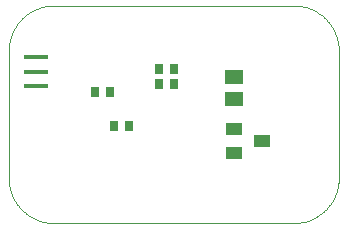
<source format=gbp>
G04 EAGLE Gerber X2 export*
G75*
%MOMM*%
%FSLAX35Y35*%
%LPD*%
%AMOC8*
5,1,8,0,0,1.08239X$1,22.5*%
G01*
%ADD10C,0.076200*%
%ADD11R,0.700000X0.900000*%
%ADD12R,2.000000X0.400000*%
%ADD13R,1.500000X1.300000*%
%ADD14R,1.400000X1.000000*%


D10*
X2413000Y1841500D02*
X381000Y1841500D01*
X0Y1460500D02*
X0Y381000D01*
X381000Y0D02*
X2413000Y0D01*
X2794000Y381000D02*
X2794000Y1460500D01*
X381000Y1841500D02*
X371794Y1841389D01*
X362593Y1841055D01*
X353402Y1840499D01*
X344228Y1839721D01*
X335076Y1838722D01*
X325950Y1837502D01*
X316856Y1836062D01*
X307800Y1834402D01*
X298786Y1832524D01*
X289821Y1830429D01*
X280908Y1828118D01*
X272055Y1825592D01*
X263265Y1822853D01*
X254543Y1819902D01*
X245896Y1816741D01*
X237327Y1813373D01*
X228842Y1809798D01*
X220446Y1806019D01*
X212144Y1802039D01*
X203940Y1797859D01*
X195840Y1793482D01*
X187848Y1788910D01*
X179969Y1784147D01*
X172207Y1779195D01*
X164567Y1774057D01*
X157054Y1768735D01*
X149671Y1763234D01*
X142423Y1757556D01*
X135315Y1751704D01*
X128350Y1745683D01*
X121533Y1739494D01*
X114867Y1733143D01*
X108357Y1726633D01*
X102006Y1719967D01*
X95817Y1713150D01*
X89796Y1706185D01*
X83944Y1699077D01*
X78266Y1691829D01*
X72765Y1684446D01*
X67443Y1676933D01*
X62305Y1669293D01*
X57353Y1661531D01*
X52590Y1653652D01*
X48018Y1645660D01*
X43641Y1637560D01*
X39461Y1629356D01*
X35481Y1621054D01*
X31702Y1612658D01*
X28127Y1604173D01*
X24759Y1595604D01*
X21598Y1586957D01*
X18647Y1578235D01*
X15908Y1569445D01*
X13382Y1560592D01*
X11071Y1551679D01*
X8976Y1542714D01*
X7098Y1533700D01*
X5438Y1524644D01*
X3998Y1515550D01*
X2778Y1506424D01*
X1779Y1497272D01*
X1001Y1488098D01*
X445Y1478907D01*
X111Y1469706D01*
X0Y1460500D01*
X2413000Y1841500D02*
X2422206Y1841389D01*
X2431407Y1841055D01*
X2440598Y1840499D01*
X2449772Y1839721D01*
X2458924Y1838722D01*
X2468050Y1837502D01*
X2477144Y1836062D01*
X2486200Y1834402D01*
X2495214Y1832524D01*
X2504179Y1830429D01*
X2513092Y1828118D01*
X2521945Y1825592D01*
X2530735Y1822853D01*
X2539457Y1819902D01*
X2548104Y1816741D01*
X2556673Y1813373D01*
X2565158Y1809798D01*
X2573554Y1806019D01*
X2581856Y1802039D01*
X2590060Y1797859D01*
X2598160Y1793482D01*
X2606152Y1788910D01*
X2614031Y1784147D01*
X2621793Y1779195D01*
X2629433Y1774057D01*
X2636946Y1768735D01*
X2644329Y1763234D01*
X2651577Y1757556D01*
X2658685Y1751704D01*
X2665650Y1745683D01*
X2672467Y1739494D01*
X2679133Y1733143D01*
X2685643Y1726633D01*
X2691994Y1719967D01*
X2698183Y1713150D01*
X2704204Y1706185D01*
X2710056Y1699077D01*
X2715734Y1691829D01*
X2721235Y1684446D01*
X2726557Y1676933D01*
X2731695Y1669293D01*
X2736647Y1661531D01*
X2741410Y1653652D01*
X2745982Y1645660D01*
X2750359Y1637560D01*
X2754539Y1629356D01*
X2758519Y1621054D01*
X2762298Y1612658D01*
X2765873Y1604173D01*
X2769241Y1595604D01*
X2772402Y1586957D01*
X2775353Y1578235D01*
X2778092Y1569445D01*
X2780618Y1560592D01*
X2782929Y1551679D01*
X2785024Y1542714D01*
X2786902Y1533700D01*
X2788562Y1524644D01*
X2790002Y1515550D01*
X2791222Y1506424D01*
X2792221Y1497272D01*
X2792999Y1488098D01*
X2793555Y1478907D01*
X2793889Y1469706D01*
X2794000Y1460500D01*
X381000Y0D02*
X371794Y111D01*
X362593Y445D01*
X353402Y1001D01*
X344228Y1779D01*
X335076Y2778D01*
X325950Y3998D01*
X316856Y5438D01*
X307800Y7098D01*
X298786Y8976D01*
X289821Y11071D01*
X280908Y13382D01*
X272055Y15908D01*
X263265Y18647D01*
X254543Y21598D01*
X245896Y24759D01*
X237327Y28127D01*
X228842Y31702D01*
X220446Y35481D01*
X212144Y39461D01*
X203940Y43641D01*
X195840Y48018D01*
X187848Y52590D01*
X179969Y57353D01*
X172207Y62305D01*
X164567Y67443D01*
X157054Y72765D01*
X149671Y78266D01*
X142423Y83944D01*
X135315Y89796D01*
X128350Y95817D01*
X121533Y102006D01*
X114867Y108357D01*
X108357Y114867D01*
X102006Y121533D01*
X95817Y128350D01*
X89796Y135315D01*
X83944Y142423D01*
X78266Y149671D01*
X72765Y157054D01*
X67443Y164567D01*
X62305Y172207D01*
X57353Y179969D01*
X52590Y187848D01*
X48018Y195840D01*
X43641Y203940D01*
X39461Y212144D01*
X35481Y220446D01*
X31702Y228842D01*
X28127Y237327D01*
X24759Y245896D01*
X21598Y254543D01*
X18647Y263265D01*
X15908Y272055D01*
X13382Y280908D01*
X11071Y289821D01*
X8976Y298786D01*
X7098Y307800D01*
X5438Y316856D01*
X3998Y325950D01*
X2778Y335076D01*
X1779Y344228D01*
X1001Y353402D01*
X445Y362593D01*
X111Y371794D01*
X0Y381000D01*
X2413000Y0D02*
X2422206Y111D01*
X2431407Y445D01*
X2440598Y1001D01*
X2449772Y1779D01*
X2458924Y2778D01*
X2468050Y3998D01*
X2477144Y5438D01*
X2486200Y7098D01*
X2495214Y8976D01*
X2504179Y11071D01*
X2513092Y13382D01*
X2521945Y15908D01*
X2530735Y18647D01*
X2539457Y21598D01*
X2548104Y24759D01*
X2556673Y28127D01*
X2565158Y31702D01*
X2573554Y35481D01*
X2581856Y39461D01*
X2590060Y43641D01*
X2598160Y48018D01*
X2606152Y52590D01*
X2614031Y57353D01*
X2621793Y62305D01*
X2629433Y67443D01*
X2636946Y72765D01*
X2644329Y78266D01*
X2651577Y83944D01*
X2658685Y89796D01*
X2665650Y95817D01*
X2672467Y102006D01*
X2679133Y108357D01*
X2685643Y114867D01*
X2691994Y121533D01*
X2698183Y128350D01*
X2704204Y135315D01*
X2710056Y142423D01*
X2715734Y149671D01*
X2721235Y157054D01*
X2726557Y164567D01*
X2731695Y172207D01*
X2736647Y179969D01*
X2741410Y187848D01*
X2745982Y195840D01*
X2750359Y203940D01*
X2754539Y212144D01*
X2758519Y220446D01*
X2762298Y228842D01*
X2765873Y237327D01*
X2769241Y245896D01*
X2772402Y254543D01*
X2775353Y263265D01*
X2778092Y272055D01*
X2780618Y280908D01*
X2782929Y289821D01*
X2785024Y298786D01*
X2786902Y307800D01*
X2788562Y316856D01*
X2790002Y325950D01*
X2791222Y335076D01*
X2792221Y344228D01*
X2792999Y353402D01*
X2793555Y362593D01*
X2793889Y371794D01*
X2794000Y381000D01*
D11*
X858750Y1111250D03*
X728750Y1111250D03*
X1268500Y1174750D03*
X1398500Y1174750D03*
D12*
X228600Y1162700D03*
X228600Y1282700D03*
X228600Y1402700D03*
D11*
X1017500Y825500D03*
X887500Y825500D03*
X1268500Y1301750D03*
X1398500Y1301750D03*
D13*
X1905000Y1048000D03*
X1905000Y1238000D03*
D14*
X1905800Y596900D03*
X1905800Y800100D03*
X2147100Y698500D03*
M02*

</source>
